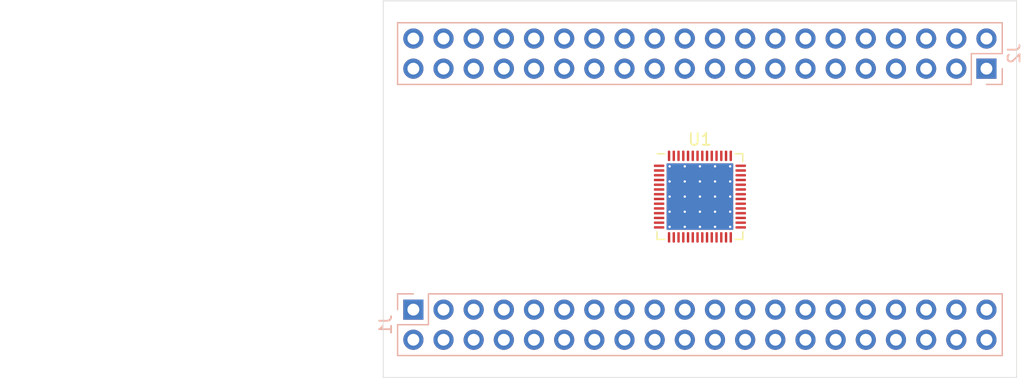
<source format=kicad_pcb>
(kicad_pcb (version 20171130) (host pcbnew 5.99.0+really5.1.12+dfsg1-1)

  (general
    (thickness 1.6)
    (drawings 7)
    (tracks 0)
    (zones 0)
    (modules 3)
    (nets 138)
  )

  (page A4)
  (layers
    (0 F.Cu signal)
    (31 B.Cu signal)
    (32 B.Adhes user)
    (33 F.Adhes user)
    (34 B.Paste user)
    (35 F.Paste user)
    (36 B.SilkS user)
    (37 F.SilkS user)
    (38 B.Mask user)
    (39 F.Mask user)
    (40 Dwgs.User user)
    (41 Cmts.User user)
    (42 Eco1.User user)
    (43 Eco2.User user)
    (44 Edge.Cuts user)
    (45 Margin user)
    (46 B.CrtYd user)
    (47 F.CrtYd user)
    (48 B.Fab user)
    (49 F.Fab user)
  )

  (setup
    (last_trace_width 0.25)
    (trace_clearance 0.2)
    (zone_clearance 0.508)
    (zone_45_only no)
    (trace_min 0.2)
    (via_size 0.8)
    (via_drill 0.4)
    (via_min_size 0.4)
    (via_min_drill 0.3)
    (uvia_size 0.3)
    (uvia_drill 0.1)
    (uvias_allowed no)
    (uvia_min_size 0.2)
    (uvia_min_drill 0.1)
    (edge_width 0.05)
    (segment_width 0.2)
    (pcb_text_width 0.3)
    (pcb_text_size 1.5 1.5)
    (mod_edge_width 0.12)
    (mod_text_size 1 1)
    (mod_text_width 0.15)
    (pad_size 1.524 1.524)
    (pad_drill 0.762)
    (pad_to_mask_clearance 0)
    (aux_axis_origin 0 0)
    (visible_elements FFFFFF7F)
    (pcbplotparams
      (layerselection 0x010fc_ffffffff)
      (usegerberextensions false)
      (usegerberattributes true)
      (usegerberadvancedattributes true)
      (creategerberjobfile true)
      (excludeedgelayer true)
      (linewidth 0.100000)
      (plotframeref false)
      (viasonmask false)
      (mode 1)
      (useauxorigin false)
      (hpglpennumber 1)
      (hpglpenspeed 20)
      (hpglpendiameter 15.000000)
      (psnegative false)
      (psa4output false)
      (plotreference true)
      (plotvalue true)
      (plotinvisibletext false)
      (padsonsilk false)
      (subtractmaskfromsilk false)
      (outputformat 1)
      (mirror false)
      (drillshape 1)
      (scaleselection 1)
      (outputdirectory ""))
  )

  (net 0 "")
  (net 1 "Net-(J1-Pad38)")
  (net 2 "Net-(J1-Pad37)")
  (net 3 "Net-(J1-Pad36)")
  (net 4 "Net-(J1-Pad35)")
  (net 5 "Net-(J1-Pad34)")
  (net 6 "Net-(J1-Pad33)")
  (net 7 "Net-(J1-Pad32)")
  (net 8 "Net-(J1-Pad31)")
  (net 9 "Net-(J1-Pad30)")
  (net 10 "Net-(J1-Pad29)")
  (net 11 "Net-(J1-Pad28)")
  (net 12 "Net-(J1-Pad27)")
  (net 13 "Net-(J1-Pad26)")
  (net 14 "Net-(J1-Pad25)")
  (net 15 "Net-(J1-Pad24)")
  (net 16 "Net-(J1-Pad23)")
  (net 17 "Net-(J1-Pad22)")
  (net 18 "Net-(J1-Pad21)")
  (net 19 "Net-(J1-Pad20)")
  (net 20 "Net-(J1-Pad19)")
  (net 21 "Net-(J1-Pad18)")
  (net 22 "Net-(J1-Pad17)")
  (net 23 "Net-(J1-Pad16)")
  (net 24 "Net-(J1-Pad15)")
  (net 25 "Net-(J1-Pad14)")
  (net 26 "Net-(J1-Pad13)")
  (net 27 "Net-(J1-Pad12)")
  (net 28 "Net-(J1-Pad11)")
  (net 29 "Net-(J1-Pad10)")
  (net 30 "Net-(J1-Pad9)")
  (net 31 "Net-(J1-Pad8)")
  (net 32 "Net-(J1-Pad7)")
  (net 33 "Net-(J1-Pad6)")
  (net 34 "Net-(J1-Pad5)")
  (net 35 "Net-(J1-Pad4)")
  (net 36 "Net-(J1-Pad3)")
  (net 37 "Net-(J1-Pad2)")
  (net 38 "Net-(J1-Pad1)")
  (net 39 "Net-(J2-Pad38)")
  (net 40 "Net-(J2-Pad37)")
  (net 41 "Net-(J2-Pad36)")
  (net 42 "Net-(J2-Pad35)")
  (net 43 "Net-(J2-Pad34)")
  (net 44 "Net-(J2-Pad33)")
  (net 45 "Net-(J2-Pad32)")
  (net 46 "Net-(J2-Pad31)")
  (net 47 "Net-(J2-Pad30)")
  (net 48 "Net-(J2-Pad29)")
  (net 49 "Net-(J2-Pad28)")
  (net 50 "Net-(J2-Pad27)")
  (net 51 "Net-(J2-Pad26)")
  (net 52 "Net-(J2-Pad25)")
  (net 53 "Net-(J2-Pad24)")
  (net 54 "Net-(J2-Pad23)")
  (net 55 "Net-(J2-Pad22)")
  (net 56 "Net-(J2-Pad21)")
  (net 57 "Net-(J2-Pad20)")
  (net 58 "Net-(J2-Pad19)")
  (net 59 "Net-(J2-Pad18)")
  (net 60 "Net-(J2-Pad17)")
  (net 61 "Net-(J2-Pad16)")
  (net 62 "Net-(J2-Pad15)")
  (net 63 "Net-(J2-Pad14)")
  (net 64 "Net-(J2-Pad13)")
  (net 65 "Net-(J2-Pad12)")
  (net 66 "Net-(J2-Pad11)")
  (net 67 "Net-(J2-Pad10)")
  (net 68 "Net-(J2-Pad9)")
  (net 69 "Net-(J2-Pad8)")
  (net 70 "Net-(J2-Pad7)")
  (net 71 "Net-(J2-Pad6)")
  (net 72 "Net-(J2-Pad5)")
  (net 73 "Net-(J2-Pad4)")
  (net 74 "Net-(J2-Pad3)")
  (net 75 "Net-(J2-Pad2)")
  (net 76 "Net-(J2-Pad1)")
  (net 77 "Net-(U1-Pad57)")
  (net 78 "Net-(U1-Pad56)")
  (net 79 "Net-(U1-Pad55)")
  (net 80 "Net-(U1-Pad54)")
  (net 81 "Net-(U1-Pad53)")
  (net 82 "Net-(U1-Pad52)")
  (net 83 "Net-(U1-Pad51)")
  (net 84 "Net-(U1-Pad50)")
  (net 85 "Net-(U1-Pad49)")
  (net 86 "Net-(U1-Pad48)")
  (net 87 "Net-(U1-Pad47)")
  (net 88 "Net-(U1-Pad46)")
  (net 89 "Net-(U1-Pad45)")
  (net 90 "Net-(U1-Pad44)")
  (net 91 "Net-(U1-Pad43)")
  (net 92 "Net-(U1-Pad42)")
  (net 93 "Net-(U1-Pad41)")
  (net 94 "Net-(U1-Pad40)")
  (net 95 "Net-(U1-Pad39)")
  (net 96 "Net-(U1-Pad38)")
  (net 97 "Net-(U1-Pad37)")
  (net 98 "Net-(U1-Pad36)")
  (net 99 "Net-(U1-Pad35)")
  (net 100 "Net-(U1-Pad34)")
  (net 101 "Net-(U1-Pad33)")
  (net 102 "Net-(U1-Pad32)")
  (net 103 "Net-(U1-Pad31)")
  (net 104 "Net-(U1-Pad30)")
  (net 105 "Net-(U1-Pad29)")
  (net 106 "Net-(U1-Pad28)")
  (net 107 "Net-(U1-Pad27)")
  (net 108 "Net-(U1-Pad26)")
  (net 109 "Net-(U1-Pad25)")
  (net 110 "Net-(U1-Pad24)")
  (net 111 "Net-(U1-Pad23)")
  (net 112 "Net-(U1-Pad22)")
  (net 113 "Net-(U1-Pad21)")
  (net 114 "Net-(U1-Pad20)")
  (net 115 "Net-(U1-Pad19)")
  (net 116 "Net-(U1-Pad18)")
  (net 117 "Net-(U1-Pad17)")
  (net 118 "Net-(U1-Pad16)")
  (net 119 "Net-(U1-Pad15)")
  (net 120 "Net-(U1-Pad14)")
  (net 121 "Net-(U1-Pad13)")
  (net 122 "Net-(U1-Pad12)")
  (net 123 "Net-(U1-Pad11)")
  (net 124 "Net-(U1-Pad10)")
  (net 125 "Net-(U1-Pad9)")
  (net 126 "Net-(U1-Pad8)")
  (net 127 "Net-(U1-Pad7)")
  (net 128 "Net-(U1-Pad6)")
  (net 129 "Net-(U1-Pad5)")
  (net 130 "Net-(U1-Pad4)")
  (net 131 "Net-(U1-Pad3)")
  (net 132 "Net-(U1-Pad2)")
  (net 133 "Net-(U1-Pad1)")
  (net 134 "Net-(J1-Pad40)")
  (net 135 "Net-(J1-Pad39)")
  (net 136 "Net-(J2-Pad40)")
  (net 137 "Net-(J2-Pad39)")

  (net_class Default "This is the default net class."
    (clearance 0.2)
    (trace_width 0.25)
    (via_dia 0.8)
    (via_drill 0.4)
    (uvia_dia 0.3)
    (uvia_drill 0.1)
    (add_net "Net-(J1-Pad1)")
    (add_net "Net-(J1-Pad10)")
    (add_net "Net-(J1-Pad11)")
    (add_net "Net-(J1-Pad12)")
    (add_net "Net-(J1-Pad13)")
    (add_net "Net-(J1-Pad14)")
    (add_net "Net-(J1-Pad15)")
    (add_net "Net-(J1-Pad16)")
    (add_net "Net-(J1-Pad17)")
    (add_net "Net-(J1-Pad18)")
    (add_net "Net-(J1-Pad19)")
    (add_net "Net-(J1-Pad2)")
    (add_net "Net-(J1-Pad20)")
    (add_net "Net-(J1-Pad21)")
    (add_net "Net-(J1-Pad22)")
    (add_net "Net-(J1-Pad23)")
    (add_net "Net-(J1-Pad24)")
    (add_net "Net-(J1-Pad25)")
    (add_net "Net-(J1-Pad26)")
    (add_net "Net-(J1-Pad27)")
    (add_net "Net-(J1-Pad28)")
    (add_net "Net-(J1-Pad29)")
    (add_net "Net-(J1-Pad3)")
    (add_net "Net-(J1-Pad30)")
    (add_net "Net-(J1-Pad31)")
    (add_net "Net-(J1-Pad32)")
    (add_net "Net-(J1-Pad33)")
    (add_net "Net-(J1-Pad34)")
    (add_net "Net-(J1-Pad35)")
    (add_net "Net-(J1-Pad36)")
    (add_net "Net-(J1-Pad37)")
    (add_net "Net-(J1-Pad38)")
    (add_net "Net-(J1-Pad39)")
    (add_net "Net-(J1-Pad4)")
    (add_net "Net-(J1-Pad40)")
    (add_net "Net-(J1-Pad5)")
    (add_net "Net-(J1-Pad6)")
    (add_net "Net-(J1-Pad7)")
    (add_net "Net-(J1-Pad8)")
    (add_net "Net-(J1-Pad9)")
    (add_net "Net-(J2-Pad1)")
    (add_net "Net-(J2-Pad10)")
    (add_net "Net-(J2-Pad11)")
    (add_net "Net-(J2-Pad12)")
    (add_net "Net-(J2-Pad13)")
    (add_net "Net-(J2-Pad14)")
    (add_net "Net-(J2-Pad15)")
    (add_net "Net-(J2-Pad16)")
    (add_net "Net-(J2-Pad17)")
    (add_net "Net-(J2-Pad18)")
    (add_net "Net-(J2-Pad19)")
    (add_net "Net-(J2-Pad2)")
    (add_net "Net-(J2-Pad20)")
    (add_net "Net-(J2-Pad21)")
    (add_net "Net-(J2-Pad22)")
    (add_net "Net-(J2-Pad23)")
    (add_net "Net-(J2-Pad24)")
    (add_net "Net-(J2-Pad25)")
    (add_net "Net-(J2-Pad26)")
    (add_net "Net-(J2-Pad27)")
    (add_net "Net-(J2-Pad28)")
    (add_net "Net-(J2-Pad29)")
    (add_net "Net-(J2-Pad3)")
    (add_net "Net-(J2-Pad30)")
    (add_net "Net-(J2-Pad31)")
    (add_net "Net-(J2-Pad32)")
    (add_net "Net-(J2-Pad33)")
    (add_net "Net-(J2-Pad34)")
    (add_net "Net-(J2-Pad35)")
    (add_net "Net-(J2-Pad36)")
    (add_net "Net-(J2-Pad37)")
    (add_net "Net-(J2-Pad38)")
    (add_net "Net-(J2-Pad39)")
    (add_net "Net-(J2-Pad4)")
    (add_net "Net-(J2-Pad40)")
    (add_net "Net-(J2-Pad5)")
    (add_net "Net-(J2-Pad6)")
    (add_net "Net-(J2-Pad7)")
    (add_net "Net-(J2-Pad8)")
    (add_net "Net-(J2-Pad9)")
    (add_net "Net-(U1-Pad1)")
    (add_net "Net-(U1-Pad10)")
    (add_net "Net-(U1-Pad11)")
    (add_net "Net-(U1-Pad12)")
    (add_net "Net-(U1-Pad13)")
    (add_net "Net-(U1-Pad14)")
    (add_net "Net-(U1-Pad15)")
    (add_net "Net-(U1-Pad16)")
    (add_net "Net-(U1-Pad17)")
    (add_net "Net-(U1-Pad18)")
    (add_net "Net-(U1-Pad19)")
    (add_net "Net-(U1-Pad2)")
    (add_net "Net-(U1-Pad20)")
    (add_net "Net-(U1-Pad21)")
    (add_net "Net-(U1-Pad22)")
    (add_net "Net-(U1-Pad23)")
    (add_net "Net-(U1-Pad24)")
    (add_net "Net-(U1-Pad25)")
    (add_net "Net-(U1-Pad26)")
    (add_net "Net-(U1-Pad27)")
    (add_net "Net-(U1-Pad28)")
    (add_net "Net-(U1-Pad29)")
    (add_net "Net-(U1-Pad3)")
    (add_net "Net-(U1-Pad30)")
    (add_net "Net-(U1-Pad31)")
    (add_net "Net-(U1-Pad32)")
    (add_net "Net-(U1-Pad33)")
    (add_net "Net-(U1-Pad34)")
    (add_net "Net-(U1-Pad35)")
    (add_net "Net-(U1-Pad36)")
    (add_net "Net-(U1-Pad37)")
    (add_net "Net-(U1-Pad38)")
    (add_net "Net-(U1-Pad39)")
    (add_net "Net-(U1-Pad4)")
    (add_net "Net-(U1-Pad40)")
    (add_net "Net-(U1-Pad41)")
    (add_net "Net-(U1-Pad42)")
    (add_net "Net-(U1-Pad43)")
    (add_net "Net-(U1-Pad44)")
    (add_net "Net-(U1-Pad45)")
    (add_net "Net-(U1-Pad46)")
    (add_net "Net-(U1-Pad47)")
    (add_net "Net-(U1-Pad48)")
    (add_net "Net-(U1-Pad49)")
    (add_net "Net-(U1-Pad5)")
    (add_net "Net-(U1-Pad50)")
    (add_net "Net-(U1-Pad51)")
    (add_net "Net-(U1-Pad52)")
    (add_net "Net-(U1-Pad53)")
    (add_net "Net-(U1-Pad54)")
    (add_net "Net-(U1-Pad55)")
    (add_net "Net-(U1-Pad56)")
    (add_net "Net-(U1-Pad57)")
    (add_net "Net-(U1-Pad6)")
    (add_net "Net-(U1-Pad7)")
    (add_net "Net-(U1-Pad8)")
    (add_net "Net-(U1-Pad9)")
  )

  (module Connector_PinHeader_2.54mm:PinHeader_2x20_P2.54mm_Vertical (layer B.Cu) (tedit 59FED5CC) (tstamp 61BDA6F2)
    (at 208.28 101.6 90)
    (descr "Through hole straight pin header, 2x20, 2.54mm pitch, double rows")
    (tags "Through hole pin header THT 2x20 2.54mm double row")
    (path /61BE0F66)
    (fp_text reference J2 (at 1.27 2.33 90) (layer B.SilkS)
      (effects (font (size 1 1) (thickness 0.15)) (justify mirror))
    )
    (fp_text value ~ (at 1.27 -50.59 90) (layer B.Fab)
      (effects (font (size 1 1) (thickness 0.15)) (justify mirror))
    )
    (fp_text user %R (at 1.27 -24.13 180) (layer B.Fab)
      (effects (font (size 1 1) (thickness 0.15)) (justify mirror))
    )
    (fp_line (start 0 1.27) (end 3.81 1.27) (layer B.Fab) (width 0.1))
    (fp_line (start 3.81 1.27) (end 3.81 -49.53) (layer B.Fab) (width 0.1))
    (fp_line (start 3.81 -49.53) (end -1.27 -49.53) (layer B.Fab) (width 0.1))
    (fp_line (start -1.27 -49.53) (end -1.27 0) (layer B.Fab) (width 0.1))
    (fp_line (start -1.27 0) (end 0 1.27) (layer B.Fab) (width 0.1))
    (fp_line (start -1.33 -49.59) (end 3.87 -49.59) (layer B.SilkS) (width 0.12))
    (fp_line (start -1.33 -1.27) (end -1.33 -49.59) (layer B.SilkS) (width 0.12))
    (fp_line (start 3.87 1.33) (end 3.87 -49.59) (layer B.SilkS) (width 0.12))
    (fp_line (start -1.33 -1.27) (end 1.27 -1.27) (layer B.SilkS) (width 0.12))
    (fp_line (start 1.27 -1.27) (end 1.27 1.33) (layer B.SilkS) (width 0.12))
    (fp_line (start 1.27 1.33) (end 3.87 1.33) (layer B.SilkS) (width 0.12))
    (fp_line (start -1.33 0) (end -1.33 1.33) (layer B.SilkS) (width 0.12))
    (fp_line (start -1.33 1.33) (end 0 1.33) (layer B.SilkS) (width 0.12))
    (fp_line (start -1.8 1.8) (end -1.8 -50.05) (layer B.CrtYd) (width 0.05))
    (fp_line (start -1.8 -50.05) (end 4.35 -50.05) (layer B.CrtYd) (width 0.05))
    (fp_line (start 4.35 -50.05) (end 4.35 1.8) (layer B.CrtYd) (width 0.05))
    (fp_line (start 4.35 1.8) (end -1.8 1.8) (layer B.CrtYd) (width 0.05))
    (pad 40 thru_hole oval (at 2.54 -48.26 90) (size 1.7 1.7) (drill 1) (layers *.Cu *.Mask)
      (net 136 "Net-(J2-Pad40)"))
    (pad 39 thru_hole oval (at 0 -48.26 90) (size 1.7 1.7) (drill 1) (layers *.Cu *.Mask)
      (net 137 "Net-(J2-Pad39)"))
    (pad 38 thru_hole oval (at 2.54 -45.72 90) (size 1.7 1.7) (drill 1) (layers *.Cu *.Mask)
      (net 39 "Net-(J2-Pad38)"))
    (pad 37 thru_hole oval (at 0 -45.72 90) (size 1.7 1.7) (drill 1) (layers *.Cu *.Mask)
      (net 40 "Net-(J2-Pad37)"))
    (pad 36 thru_hole oval (at 2.54 -43.18 90) (size 1.7 1.7) (drill 1) (layers *.Cu *.Mask)
      (net 41 "Net-(J2-Pad36)"))
    (pad 35 thru_hole oval (at 0 -43.18 90) (size 1.7 1.7) (drill 1) (layers *.Cu *.Mask)
      (net 42 "Net-(J2-Pad35)"))
    (pad 34 thru_hole oval (at 2.54 -40.64 90) (size 1.7 1.7) (drill 1) (layers *.Cu *.Mask)
      (net 43 "Net-(J2-Pad34)"))
    (pad 33 thru_hole oval (at 0 -40.64 90) (size 1.7 1.7) (drill 1) (layers *.Cu *.Mask)
      (net 44 "Net-(J2-Pad33)"))
    (pad 32 thru_hole oval (at 2.54 -38.1 90) (size 1.7 1.7) (drill 1) (layers *.Cu *.Mask)
      (net 45 "Net-(J2-Pad32)"))
    (pad 31 thru_hole oval (at 0 -38.1 90) (size 1.7 1.7) (drill 1) (layers *.Cu *.Mask)
      (net 46 "Net-(J2-Pad31)"))
    (pad 30 thru_hole oval (at 2.54 -35.56 90) (size 1.7 1.7) (drill 1) (layers *.Cu *.Mask)
      (net 47 "Net-(J2-Pad30)"))
    (pad 29 thru_hole oval (at 0 -35.56 90) (size 1.7 1.7) (drill 1) (layers *.Cu *.Mask)
      (net 48 "Net-(J2-Pad29)"))
    (pad 28 thru_hole oval (at 2.54 -33.02 90) (size 1.7 1.7) (drill 1) (layers *.Cu *.Mask)
      (net 49 "Net-(J2-Pad28)"))
    (pad 27 thru_hole oval (at 0 -33.02 90) (size 1.7 1.7) (drill 1) (layers *.Cu *.Mask)
      (net 50 "Net-(J2-Pad27)"))
    (pad 26 thru_hole oval (at 2.54 -30.48 90) (size 1.7 1.7) (drill 1) (layers *.Cu *.Mask)
      (net 51 "Net-(J2-Pad26)"))
    (pad 25 thru_hole oval (at 0 -30.48 90) (size 1.7 1.7) (drill 1) (layers *.Cu *.Mask)
      (net 52 "Net-(J2-Pad25)"))
    (pad 24 thru_hole oval (at 2.54 -27.94 90) (size 1.7 1.7) (drill 1) (layers *.Cu *.Mask)
      (net 53 "Net-(J2-Pad24)"))
    (pad 23 thru_hole oval (at 0 -27.94 90) (size 1.7 1.7) (drill 1) (layers *.Cu *.Mask)
      (net 54 "Net-(J2-Pad23)"))
    (pad 22 thru_hole oval (at 2.54 -25.4 90) (size 1.7 1.7) (drill 1) (layers *.Cu *.Mask)
      (net 55 "Net-(J2-Pad22)"))
    (pad 21 thru_hole oval (at 0 -25.4 90) (size 1.7 1.7) (drill 1) (layers *.Cu *.Mask)
      (net 56 "Net-(J2-Pad21)"))
    (pad 20 thru_hole oval (at 2.54 -22.86 90) (size 1.7 1.7) (drill 1) (layers *.Cu *.Mask)
      (net 57 "Net-(J2-Pad20)"))
    (pad 19 thru_hole oval (at 0 -22.86 90) (size 1.7 1.7) (drill 1) (layers *.Cu *.Mask)
      (net 58 "Net-(J2-Pad19)"))
    (pad 18 thru_hole oval (at 2.54 -20.32 90) (size 1.7 1.7) (drill 1) (layers *.Cu *.Mask)
      (net 59 "Net-(J2-Pad18)"))
    (pad 17 thru_hole oval (at 0 -20.32 90) (size 1.7 1.7) (drill 1) (layers *.Cu *.Mask)
      (net 60 "Net-(J2-Pad17)"))
    (pad 16 thru_hole oval (at 2.54 -17.78 90) (size 1.7 1.7) (drill 1) (layers *.Cu *.Mask)
      (net 61 "Net-(J2-Pad16)"))
    (pad 15 thru_hole oval (at 0 -17.78 90) (size 1.7 1.7) (drill 1) (layers *.Cu *.Mask)
      (net 62 "Net-(J2-Pad15)"))
    (pad 14 thru_hole oval (at 2.54 -15.24 90) (size 1.7 1.7) (drill 1) (layers *.Cu *.Mask)
      (net 63 "Net-(J2-Pad14)"))
    (pad 13 thru_hole oval (at 0 -15.24 90) (size 1.7 1.7) (drill 1) (layers *.Cu *.Mask)
      (net 64 "Net-(J2-Pad13)"))
    (pad 12 thru_hole oval (at 2.54 -12.7 90) (size 1.7 1.7) (drill 1) (layers *.Cu *.Mask)
      (net 65 "Net-(J2-Pad12)"))
    (pad 11 thru_hole oval (at 0 -12.7 90) (size 1.7 1.7) (drill 1) (layers *.Cu *.Mask)
      (net 66 "Net-(J2-Pad11)"))
    (pad 10 thru_hole oval (at 2.54 -10.16 90) (size 1.7 1.7) (drill 1) (layers *.Cu *.Mask)
      (net 67 "Net-(J2-Pad10)"))
    (pad 9 thru_hole oval (at 0 -10.16 90) (size 1.7 1.7) (drill 1) (layers *.Cu *.Mask)
      (net 68 "Net-(J2-Pad9)"))
    (pad 8 thru_hole oval (at 2.54 -7.62 90) (size 1.7 1.7) (drill 1) (layers *.Cu *.Mask)
      (net 69 "Net-(J2-Pad8)"))
    (pad 7 thru_hole oval (at 0 -7.62 90) (size 1.7 1.7) (drill 1) (layers *.Cu *.Mask)
      (net 70 "Net-(J2-Pad7)"))
    (pad 6 thru_hole oval (at 2.54 -5.08 90) (size 1.7 1.7) (drill 1) (layers *.Cu *.Mask)
      (net 71 "Net-(J2-Pad6)"))
    (pad 5 thru_hole oval (at 0 -5.08 90) (size 1.7 1.7) (drill 1) (layers *.Cu *.Mask)
      (net 72 "Net-(J2-Pad5)"))
    (pad 4 thru_hole oval (at 2.54 -2.54 90) (size 1.7 1.7) (drill 1) (layers *.Cu *.Mask)
      (net 73 "Net-(J2-Pad4)"))
    (pad 3 thru_hole oval (at 0 -2.54 90) (size 1.7 1.7) (drill 1) (layers *.Cu *.Mask)
      (net 74 "Net-(J2-Pad3)"))
    (pad 2 thru_hole oval (at 2.54 0 90) (size 1.7 1.7) (drill 1) (layers *.Cu *.Mask)
      (net 75 "Net-(J2-Pad2)"))
    (pad 1 thru_hole rect (at 0 0 90) (size 1.7 1.7) (drill 1) (layers *.Cu *.Mask)
      (net 76 "Net-(J2-Pad1)"))
    (model ${KISYS3DMOD}/Connector_PinHeader_2.54mm.3dshapes/PinHeader_2x20_P2.54mm_Vertical.wrl
      (at (xyz 0 0 0))
      (scale (xyz 1 1 1))
      (rotate (xyz 0 0 0))
    )
  )

  (module Connector_PinHeader_2.54mm:PinHeader_2x20_P2.54mm_Vertical (layer B.Cu) (tedit 59FED5CC) (tstamp 61BDA6B6)
    (at 160.02 121.92 270)
    (descr "Through hole straight pin header, 2x20, 2.54mm pitch, double rows")
    (tags "Through hole pin header THT 2x20 2.54mm double row")
    (path /61BDB786)
    (fp_text reference J1 (at 1.27 2.33 90) (layer B.SilkS)
      (effects (font (size 1 1) (thickness 0.15)) (justify mirror))
    )
    (fp_text value ~ (at 1.27 -50.59 90) (layer B.Fab)
      (effects (font (size 1 1) (thickness 0.15)) (justify mirror))
    )
    (fp_text user %R (at 1.27 -24.13 180) (layer B.Fab)
      (effects (font (size 1 1) (thickness 0.15)) (justify mirror))
    )
    (fp_line (start 0 1.27) (end 3.81 1.27) (layer B.Fab) (width 0.1))
    (fp_line (start 3.81 1.27) (end 3.81 -49.53) (layer B.Fab) (width 0.1))
    (fp_line (start 3.81 -49.53) (end -1.27 -49.53) (layer B.Fab) (width 0.1))
    (fp_line (start -1.27 -49.53) (end -1.27 0) (layer B.Fab) (width 0.1))
    (fp_line (start -1.27 0) (end 0 1.27) (layer B.Fab) (width 0.1))
    (fp_line (start -1.33 -49.59) (end 3.87 -49.59) (layer B.SilkS) (width 0.12))
    (fp_line (start -1.33 -1.27) (end -1.33 -49.59) (layer B.SilkS) (width 0.12))
    (fp_line (start 3.87 1.33) (end 3.87 -49.59) (layer B.SilkS) (width 0.12))
    (fp_line (start -1.33 -1.27) (end 1.27 -1.27) (layer B.SilkS) (width 0.12))
    (fp_line (start 1.27 -1.27) (end 1.27 1.33) (layer B.SilkS) (width 0.12))
    (fp_line (start 1.27 1.33) (end 3.87 1.33) (layer B.SilkS) (width 0.12))
    (fp_line (start -1.33 0) (end -1.33 1.33) (layer B.SilkS) (width 0.12))
    (fp_line (start -1.33 1.33) (end 0 1.33) (layer B.SilkS) (width 0.12))
    (fp_line (start -1.8 1.8) (end -1.8 -50.05) (layer B.CrtYd) (width 0.05))
    (fp_line (start -1.8 -50.05) (end 4.35 -50.05) (layer B.CrtYd) (width 0.05))
    (fp_line (start 4.35 -50.05) (end 4.35 1.8) (layer B.CrtYd) (width 0.05))
    (fp_line (start 4.35 1.8) (end -1.8 1.8) (layer B.CrtYd) (width 0.05))
    (pad 40 thru_hole oval (at 2.54 -48.26 270) (size 1.7 1.7) (drill 1) (layers *.Cu *.Mask)
      (net 134 "Net-(J1-Pad40)"))
    (pad 39 thru_hole oval (at 0 -48.26 270) (size 1.7 1.7) (drill 1) (layers *.Cu *.Mask)
      (net 135 "Net-(J1-Pad39)"))
    (pad 38 thru_hole oval (at 2.54 -45.72 270) (size 1.7 1.7) (drill 1) (layers *.Cu *.Mask)
      (net 1 "Net-(J1-Pad38)"))
    (pad 37 thru_hole oval (at 0 -45.72 270) (size 1.7 1.7) (drill 1) (layers *.Cu *.Mask)
      (net 2 "Net-(J1-Pad37)"))
    (pad 36 thru_hole oval (at 2.54 -43.18 270) (size 1.7 1.7) (drill 1) (layers *.Cu *.Mask)
      (net 3 "Net-(J1-Pad36)"))
    (pad 35 thru_hole oval (at 0 -43.18 270) (size 1.7 1.7) (drill 1) (layers *.Cu *.Mask)
      (net 4 "Net-(J1-Pad35)"))
    (pad 34 thru_hole oval (at 2.54 -40.64 270) (size 1.7 1.7) (drill 1) (layers *.Cu *.Mask)
      (net 5 "Net-(J1-Pad34)"))
    (pad 33 thru_hole oval (at 0 -40.64 270) (size 1.7 1.7) (drill 1) (layers *.Cu *.Mask)
      (net 6 "Net-(J1-Pad33)"))
    (pad 32 thru_hole oval (at 2.54 -38.1 270) (size 1.7 1.7) (drill 1) (layers *.Cu *.Mask)
      (net 7 "Net-(J1-Pad32)"))
    (pad 31 thru_hole oval (at 0 -38.1 270) (size 1.7 1.7) (drill 1) (layers *.Cu *.Mask)
      (net 8 "Net-(J1-Pad31)"))
    (pad 30 thru_hole oval (at 2.54 -35.56 270) (size 1.7 1.7) (drill 1) (layers *.Cu *.Mask)
      (net 9 "Net-(J1-Pad30)"))
    (pad 29 thru_hole oval (at 0 -35.56 270) (size 1.7 1.7) (drill 1) (layers *.Cu *.Mask)
      (net 10 "Net-(J1-Pad29)"))
    (pad 28 thru_hole oval (at 2.54 -33.02 270) (size 1.7 1.7) (drill 1) (layers *.Cu *.Mask)
      (net 11 "Net-(J1-Pad28)"))
    (pad 27 thru_hole oval (at 0 -33.02 270) (size 1.7 1.7) (drill 1) (layers *.Cu *.Mask)
      (net 12 "Net-(J1-Pad27)"))
    (pad 26 thru_hole oval (at 2.54 -30.48 270) (size 1.7 1.7) (drill 1) (layers *.Cu *.Mask)
      (net 13 "Net-(J1-Pad26)"))
    (pad 25 thru_hole oval (at 0 -30.48 270) (size 1.7 1.7) (drill 1) (layers *.Cu *.Mask)
      (net 14 "Net-(J1-Pad25)"))
    (pad 24 thru_hole oval (at 2.54 -27.94 270) (size 1.7 1.7) (drill 1) (layers *.Cu *.Mask)
      (net 15 "Net-(J1-Pad24)"))
    (pad 23 thru_hole oval (at 0 -27.94 270) (size 1.7 1.7) (drill 1) (layers *.Cu *.Mask)
      (net 16 "Net-(J1-Pad23)"))
    (pad 22 thru_hole oval (at 2.54 -25.4 270) (size 1.7 1.7) (drill 1) (layers *.Cu *.Mask)
      (net 17 "Net-(J1-Pad22)"))
    (pad 21 thru_hole oval (at 0 -25.4 270) (size 1.7 1.7) (drill 1) (layers *.Cu *.Mask)
      (net 18 "Net-(J1-Pad21)"))
    (pad 20 thru_hole oval (at 2.54 -22.86 270) (size 1.7 1.7) (drill 1) (layers *.Cu *.Mask)
      (net 19 "Net-(J1-Pad20)"))
    (pad 19 thru_hole oval (at 0 -22.86 270) (size 1.7 1.7) (drill 1) (layers *.Cu *.Mask)
      (net 20 "Net-(J1-Pad19)"))
    (pad 18 thru_hole oval (at 2.54 -20.32 270) (size 1.7 1.7) (drill 1) (layers *.Cu *.Mask)
      (net 21 "Net-(J1-Pad18)"))
    (pad 17 thru_hole oval (at 0 -20.32 270) (size 1.7 1.7) (drill 1) (layers *.Cu *.Mask)
      (net 22 "Net-(J1-Pad17)"))
    (pad 16 thru_hole oval (at 2.54 -17.78 270) (size 1.7 1.7) (drill 1) (layers *.Cu *.Mask)
      (net 23 "Net-(J1-Pad16)"))
    (pad 15 thru_hole oval (at 0 -17.78 270) (size 1.7 1.7) (drill 1) (layers *.Cu *.Mask)
      (net 24 "Net-(J1-Pad15)"))
    (pad 14 thru_hole oval (at 2.54 -15.24 270) (size 1.7 1.7) (drill 1) (layers *.Cu *.Mask)
      (net 25 "Net-(J1-Pad14)"))
    (pad 13 thru_hole oval (at 0 -15.24 270) (size 1.7 1.7) (drill 1) (layers *.Cu *.Mask)
      (net 26 "Net-(J1-Pad13)"))
    (pad 12 thru_hole oval (at 2.54 -12.7 270) (size 1.7 1.7) (drill 1) (layers *.Cu *.Mask)
      (net 27 "Net-(J1-Pad12)"))
    (pad 11 thru_hole oval (at 0 -12.7 270) (size 1.7 1.7) (drill 1) (layers *.Cu *.Mask)
      (net 28 "Net-(J1-Pad11)"))
    (pad 10 thru_hole oval (at 2.54 -10.16 270) (size 1.7 1.7) (drill 1) (layers *.Cu *.Mask)
      (net 29 "Net-(J1-Pad10)"))
    (pad 9 thru_hole oval (at 0 -10.16 270) (size 1.7 1.7) (drill 1) (layers *.Cu *.Mask)
      (net 30 "Net-(J1-Pad9)"))
    (pad 8 thru_hole oval (at 2.54 -7.62 270) (size 1.7 1.7) (drill 1) (layers *.Cu *.Mask)
      (net 31 "Net-(J1-Pad8)"))
    (pad 7 thru_hole oval (at 0 -7.62 270) (size 1.7 1.7) (drill 1) (layers *.Cu *.Mask)
      (net 32 "Net-(J1-Pad7)"))
    (pad 6 thru_hole oval (at 2.54 -5.08 270) (size 1.7 1.7) (drill 1) (layers *.Cu *.Mask)
      (net 33 "Net-(J1-Pad6)"))
    (pad 5 thru_hole oval (at 0 -5.08 270) (size 1.7 1.7) (drill 1) (layers *.Cu *.Mask)
      (net 34 "Net-(J1-Pad5)"))
    (pad 4 thru_hole oval (at 2.54 -2.54 270) (size 1.7 1.7) (drill 1) (layers *.Cu *.Mask)
      (net 35 "Net-(J1-Pad4)"))
    (pad 3 thru_hole oval (at 0 -2.54 270) (size 1.7 1.7) (drill 1) (layers *.Cu *.Mask)
      (net 36 "Net-(J1-Pad3)"))
    (pad 2 thru_hole oval (at 2.54 0 270) (size 1.7 1.7) (drill 1) (layers *.Cu *.Mask)
      (net 37 "Net-(J1-Pad2)"))
    (pad 1 thru_hole rect (at 0 0 270) (size 1.7 1.7) (drill 1) (layers *.Cu *.Mask)
      (net 38 "Net-(J1-Pad1)"))
    (model ${KISYS3DMOD}/Connector_PinHeader_2.54mm.3dshapes/PinHeader_2x20_P2.54mm_Vertical.wrl
      (at (xyz 0 0 0))
      (scale (xyz 1 1 1))
      (rotate (xyz 0 0 0))
    )
  )

  (module Package_DFN_QFN:QFN-56-1EP_7x7mm_P0.4mm_EP5.6x5.6mm_ThermalVias (layer F.Cu) (tedit 5DC5F6A5) (tstamp 61BDC149)
    (at 184.15 112.3875)
    (descr "QFN, 56 Pin (http://www.cypress.com/file/416486/download#page=40), generated with kicad-footprint-generator ipc_noLead_generator.py")
    (tags "QFN NoLead")
    (path /61BDA36F)
    (attr smd)
    (fp_text reference U1 (at 0 -4.82) (layer F.SilkS)
      (effects (font (size 1 1) (thickness 0.15)))
    )
    (fp_text value RP2040 (at 0 4.82) (layer F.Fab)
      (effects (font (size 1 1) (thickness 0.15)))
    )
    (fp_text user %R (at 0 0) (layer F.Fab)
      (effects (font (size 1 1) (thickness 0.15)))
    )
    (fp_line (start 2.96 -3.61) (end 3.61 -3.61) (layer F.SilkS) (width 0.12))
    (fp_line (start 3.61 -3.61) (end 3.61 -2.96) (layer F.SilkS) (width 0.12))
    (fp_line (start -2.96 3.61) (end -3.61 3.61) (layer F.SilkS) (width 0.12))
    (fp_line (start -3.61 3.61) (end -3.61 2.96) (layer F.SilkS) (width 0.12))
    (fp_line (start 2.96 3.61) (end 3.61 3.61) (layer F.SilkS) (width 0.12))
    (fp_line (start 3.61 3.61) (end 3.61 2.96) (layer F.SilkS) (width 0.12))
    (fp_line (start -2.96 -3.61) (end -3.61 -3.61) (layer F.SilkS) (width 0.12))
    (fp_line (start -2.5 -3.5) (end 3.5 -3.5) (layer F.Fab) (width 0.1))
    (fp_line (start 3.5 -3.5) (end 3.5 3.5) (layer F.Fab) (width 0.1))
    (fp_line (start 3.5 3.5) (end -3.5 3.5) (layer F.Fab) (width 0.1))
    (fp_line (start -3.5 3.5) (end -3.5 -2.5) (layer F.Fab) (width 0.1))
    (fp_line (start -3.5 -2.5) (end -2.5 -3.5) (layer F.Fab) (width 0.1))
    (fp_line (start -4.12 -4.12) (end -4.12 4.12) (layer F.CrtYd) (width 0.05))
    (fp_line (start -4.12 4.12) (end 4.12 4.12) (layer F.CrtYd) (width 0.05))
    (fp_line (start 4.12 4.12) (end 4.12 -4.12) (layer F.CrtYd) (width 0.05))
    (fp_line (start 4.12 -4.12) (end -4.12 -4.12) (layer F.CrtYd) (width 0.05))
    (pad "" smd roundrect (at 1.9125 1.9125) (size 1.084435 1.084435) (layers F.Paste) (roundrect_rratio 0.230535))
    (pad "" smd roundrect (at 1.9125 0.6375) (size 1.084435 1.084435) (layers F.Paste) (roundrect_rratio 0.230535))
    (pad "" smd roundrect (at 1.9125 -0.6375) (size 1.084435 1.084435) (layers F.Paste) (roundrect_rratio 0.230535))
    (pad "" smd roundrect (at 1.9125 -1.9125) (size 1.084435 1.084435) (layers F.Paste) (roundrect_rratio 0.230535))
    (pad "" smd roundrect (at 0.6375 1.9125) (size 1.084435 1.084435) (layers F.Paste) (roundrect_rratio 0.230535))
    (pad "" smd roundrect (at 0.6375 0.6375) (size 1.084435 1.084435) (layers F.Paste) (roundrect_rratio 0.230535))
    (pad "" smd roundrect (at 0.6375 -0.6375) (size 1.084435 1.084435) (layers F.Paste) (roundrect_rratio 0.230535))
    (pad "" smd roundrect (at 0.6375 -1.9125) (size 1.084435 1.084435) (layers F.Paste) (roundrect_rratio 0.230535))
    (pad "" smd roundrect (at -0.6375 1.9125) (size 1.084435 1.084435) (layers F.Paste) (roundrect_rratio 0.230535))
    (pad "" smd roundrect (at -0.6375 0.6375) (size 1.084435 1.084435) (layers F.Paste) (roundrect_rratio 0.230535))
    (pad "" smd roundrect (at -0.6375 -0.6375) (size 1.084435 1.084435) (layers F.Paste) (roundrect_rratio 0.230535))
    (pad "" smd roundrect (at -0.6375 -1.9125) (size 1.084435 1.084435) (layers F.Paste) (roundrect_rratio 0.230535))
    (pad "" smd roundrect (at -1.9125 1.9125) (size 1.084435 1.084435) (layers F.Paste) (roundrect_rratio 0.230535))
    (pad "" smd roundrect (at -1.9125 0.6375) (size 1.084435 1.084435) (layers F.Paste) (roundrect_rratio 0.230535))
    (pad "" smd roundrect (at -1.9125 -0.6375) (size 1.084435 1.084435) (layers F.Paste) (roundrect_rratio 0.230535))
    (pad "" smd roundrect (at -1.9125 -1.9125) (size 1.084435 1.084435) (layers F.Paste) (roundrect_rratio 0.230535))
    (pad 57 smd rect (at 0 0) (size 5.6 5.6) (layers B.Cu)
      (net 77 "Net-(U1-Pad57)"))
    (pad 57 thru_hole circle (at 2.55 2.55) (size 0.5 0.5) (drill 0.2) (layers *.Cu)
      (net 77 "Net-(U1-Pad57)"))
    (pad 57 thru_hole circle (at 1.275 2.55) (size 0.5 0.5) (drill 0.2) (layers *.Cu)
      (net 77 "Net-(U1-Pad57)"))
    (pad 57 thru_hole circle (at 0 2.55) (size 0.5 0.5) (drill 0.2) (layers *.Cu)
      (net 77 "Net-(U1-Pad57)"))
    (pad 57 thru_hole circle (at -1.275 2.55) (size 0.5 0.5) (drill 0.2) (layers *.Cu)
      (net 77 "Net-(U1-Pad57)"))
    (pad 57 thru_hole circle (at -2.55 2.55) (size 0.5 0.5) (drill 0.2) (layers *.Cu)
      (net 77 "Net-(U1-Pad57)"))
    (pad 57 thru_hole circle (at 2.55 1.275) (size 0.5 0.5) (drill 0.2) (layers *.Cu)
      (net 77 "Net-(U1-Pad57)"))
    (pad 57 thru_hole circle (at 1.275 1.275) (size 0.5 0.5) (drill 0.2) (layers *.Cu)
      (net 77 "Net-(U1-Pad57)"))
    (pad 57 thru_hole circle (at 0 1.275) (size 0.5 0.5) (drill 0.2) (layers *.Cu)
      (net 77 "Net-(U1-Pad57)"))
    (pad 57 thru_hole circle (at -1.275 1.275) (size 0.5 0.5) (drill 0.2) (layers *.Cu)
      (net 77 "Net-(U1-Pad57)"))
    (pad 57 thru_hole circle (at -2.55 1.275) (size 0.5 0.5) (drill 0.2) (layers *.Cu)
      (net 77 "Net-(U1-Pad57)"))
    (pad 57 thru_hole circle (at 2.55 0) (size 0.5 0.5) (drill 0.2) (layers *.Cu)
      (net 77 "Net-(U1-Pad57)"))
    (pad 57 thru_hole circle (at 1.275 0) (size 0.5 0.5) (drill 0.2) (layers *.Cu)
      (net 77 "Net-(U1-Pad57)"))
    (pad 57 thru_hole circle (at 0 0) (size 0.5 0.5) (drill 0.2) (layers *.Cu)
      (net 77 "Net-(U1-Pad57)"))
    (pad 57 thru_hole circle (at -1.275 0) (size 0.5 0.5) (drill 0.2) (layers *.Cu)
      (net 77 "Net-(U1-Pad57)"))
    (pad 57 thru_hole circle (at -2.55 0) (size 0.5 0.5) (drill 0.2) (layers *.Cu)
      (net 77 "Net-(U1-Pad57)"))
    (pad 57 thru_hole circle (at 2.55 -1.275) (size 0.5 0.5) (drill 0.2) (layers *.Cu)
      (net 77 "Net-(U1-Pad57)"))
    (pad 57 thru_hole circle (at 1.275 -1.275) (size 0.5 0.5) (drill 0.2) (layers *.Cu)
      (net 77 "Net-(U1-Pad57)"))
    (pad 57 thru_hole circle (at 0 -1.275) (size 0.5 0.5) (drill 0.2) (layers *.Cu)
      (net 77 "Net-(U1-Pad57)"))
    (pad 57 thru_hole circle (at -1.275 -1.275) (size 0.5 0.5) (drill 0.2) (layers *.Cu)
      (net 77 "Net-(U1-Pad57)"))
    (pad 57 thru_hole circle (at -2.55 -1.275) (size 0.5 0.5) (drill 0.2) (layers *.Cu)
      (net 77 "Net-(U1-Pad57)"))
    (pad 57 thru_hole circle (at 2.55 -2.55) (size 0.5 0.5) (drill 0.2) (layers *.Cu)
      (net 77 "Net-(U1-Pad57)"))
    (pad 57 thru_hole circle (at 1.275 -2.55) (size 0.5 0.5) (drill 0.2) (layers *.Cu)
      (net 77 "Net-(U1-Pad57)"))
    (pad 57 thru_hole circle (at 0 -2.55) (size 0.5 0.5) (drill 0.2) (layers *.Cu)
      (net 77 "Net-(U1-Pad57)"))
    (pad 57 thru_hole circle (at -1.275 -2.55) (size 0.5 0.5) (drill 0.2) (layers *.Cu)
      (net 77 "Net-(U1-Pad57)"))
    (pad 57 thru_hole circle (at -2.55 -2.55) (size 0.5 0.5) (drill 0.2) (layers *.Cu)
      (net 77 "Net-(U1-Pad57)"))
    (pad 57 smd rect (at 0 0) (size 5.6 5.6) (layers F.Cu F.Mask)
      (net 77 "Net-(U1-Pad57)"))
    (pad 56 smd roundrect (at -2.6 -3.4375) (size 0.2 0.875) (layers F.Cu F.Paste F.Mask) (roundrect_rratio 0.25)
      (net 78 "Net-(U1-Pad56)"))
    (pad 55 smd roundrect (at -2.2 -3.4375) (size 0.2 0.875) (layers F.Cu F.Paste F.Mask) (roundrect_rratio 0.25)
      (net 79 "Net-(U1-Pad55)"))
    (pad 54 smd roundrect (at -1.8 -3.4375) (size 0.2 0.875) (layers F.Cu F.Paste F.Mask) (roundrect_rratio 0.25)
      (net 80 "Net-(U1-Pad54)"))
    (pad 53 smd roundrect (at -1.4 -3.4375) (size 0.2 0.875) (layers F.Cu F.Paste F.Mask) (roundrect_rratio 0.25)
      (net 81 "Net-(U1-Pad53)"))
    (pad 52 smd roundrect (at -1 -3.4375) (size 0.2 0.875) (layers F.Cu F.Paste F.Mask) (roundrect_rratio 0.25)
      (net 82 "Net-(U1-Pad52)"))
    (pad 51 smd roundrect (at -0.6 -3.4375) (size 0.2 0.875) (layers F.Cu F.Paste F.Mask) (roundrect_rratio 0.25)
      (net 83 "Net-(U1-Pad51)"))
    (pad 50 smd roundrect (at -0.2 -3.4375) (size 0.2 0.875) (layers F.Cu F.Paste F.Mask) (roundrect_rratio 0.25)
      (net 84 "Net-(U1-Pad50)"))
    (pad 49 smd roundrect (at 0.2 -3.4375) (size 0.2 0.875) (layers F.Cu F.Paste F.Mask) (roundrect_rratio 0.25)
      (net 85 "Net-(U1-Pad49)"))
    (pad 48 smd roundrect (at 0.6 -3.4375) (size 0.2 0.875) (layers F.Cu F.Paste F.Mask) (roundrect_rratio 0.25)
      (net 86 "Net-(U1-Pad48)"))
    (pad 47 smd roundrect (at 1 -3.4375) (size 0.2 0.875) (layers F.Cu F.Paste F.Mask) (roundrect_rratio 0.25)
      (net 87 "Net-(U1-Pad47)"))
    (pad 46 smd roundrect (at 1.4 -3.4375) (size 0.2 0.875) (layers F.Cu F.Paste F.Mask) (roundrect_rratio 0.25)
      (net 88 "Net-(U1-Pad46)"))
    (pad 45 smd roundrect (at 1.8 -3.4375) (size 0.2 0.875) (layers F.Cu F.Paste F.Mask) (roundrect_rratio 0.25)
      (net 89 "Net-(U1-Pad45)"))
    (pad 44 smd roundrect (at 2.2 -3.4375) (size 0.2 0.875) (layers F.Cu F.Paste F.Mask) (roundrect_rratio 0.25)
      (net 90 "Net-(U1-Pad44)"))
    (pad 43 smd roundrect (at 2.6 -3.4375) (size 0.2 0.875) (layers F.Cu F.Paste F.Mask) (roundrect_rratio 0.25)
      (net 91 "Net-(U1-Pad43)"))
    (pad 42 smd roundrect (at 3.4375 -2.6) (size 0.875 0.2) (layers F.Cu F.Paste F.Mask) (roundrect_rratio 0.25)
      (net 92 "Net-(U1-Pad42)"))
    (pad 41 smd roundrect (at 3.4375 -2.2) (size 0.875 0.2) (layers F.Cu F.Paste F.Mask) (roundrect_rratio 0.25)
      (net 93 "Net-(U1-Pad41)"))
    (pad 40 smd roundrect (at 3.4375 -1.8) (size 0.875 0.2) (layers F.Cu F.Paste F.Mask) (roundrect_rratio 0.25)
      (net 94 "Net-(U1-Pad40)"))
    (pad 39 smd roundrect (at 3.4375 -1.4) (size 0.875 0.2) (layers F.Cu F.Paste F.Mask) (roundrect_rratio 0.25)
      (net 95 "Net-(U1-Pad39)"))
    (pad 38 smd roundrect (at 3.4375 -1) (size 0.875 0.2) (layers F.Cu F.Paste F.Mask) (roundrect_rratio 0.25)
      (net 96 "Net-(U1-Pad38)"))
    (pad 37 smd roundrect (at 3.4375 -0.6) (size 0.875 0.2) (layers F.Cu F.Paste F.Mask) (roundrect_rratio 0.25)
      (net 97 "Net-(U1-Pad37)"))
    (pad 36 smd roundrect (at 3.4375 -0.2) (size 0.875 0.2) (layers F.Cu F.Paste F.Mask) (roundrect_rratio 0.25)
      (net 98 "Net-(U1-Pad36)"))
    (pad 35 smd roundrect (at 3.4375 0.2) (size 0.875 0.2) (layers F.Cu F.Paste F.Mask) (roundrect_rratio 0.25)
      (net 99 "Net-(U1-Pad35)"))
    (pad 34 smd roundrect (at 3.4375 0.6) (size 0.875 0.2) (layers F.Cu F.Paste F.Mask) (roundrect_rratio 0.25)
      (net 100 "Net-(U1-Pad34)"))
    (pad 33 smd roundrect (at 3.4375 1) (size 0.875 0.2) (layers F.Cu F.Paste F.Mask) (roundrect_rratio 0.25)
      (net 101 "Net-(U1-Pad33)"))
    (pad 32 smd roundrect (at 3.4375 1.4) (size 0.875 0.2) (layers F.Cu F.Paste F.Mask) (roundrect_rratio 0.25)
      (net 102 "Net-(U1-Pad32)"))
    (pad 31 smd roundrect (at 3.4375 1.8) (size 0.875 0.2) (layers F.Cu F.Paste F.Mask) (roundrect_rratio 0.25)
      (net 103 "Net-(U1-Pad31)"))
    (pad 30 smd roundrect (at 3.4375 2.2) (size 0.875 0.2) (layers F.Cu F.Paste F.Mask) (roundrect_rratio 0.25)
      (net 104 "Net-(U1-Pad30)"))
    (pad 29 smd roundrect (at 3.4375 2.6) (size 0.875 0.2) (layers F.Cu F.Paste F.Mask) (roundrect_rratio 0.25)
      (net 105 "Net-(U1-Pad29)"))
    (pad 28 smd roundrect (at 2.6 3.4375) (size 0.2 0.875) (layers F.Cu F.Paste F.Mask) (roundrect_rratio 0.25)
      (net 106 "Net-(U1-Pad28)"))
    (pad 27 smd roundrect (at 2.2 3.4375) (size 0.2 0.875) (layers F.Cu F.Paste F.Mask) (roundrect_rratio 0.25)
      (net 107 "Net-(U1-Pad27)"))
    (pad 26 smd roundrect (at 1.8 3.4375) (size 0.2 0.875) (layers F.Cu F.Paste F.Mask) (roundrect_rratio 0.25)
      (net 108 "Net-(U1-Pad26)"))
    (pad 25 smd roundrect (at 1.4 3.4375) (size 0.2 0.875) (layers F.Cu F.Paste F.Mask) (roundrect_rratio 0.25)
      (net 109 "Net-(U1-Pad25)"))
    (pad 24 smd roundrect (at 1 3.4375) (size 0.2 0.875) (layers F.Cu F.Paste F.Mask) (roundrect_rratio 0.25)
      (net 110 "Net-(U1-Pad24)"))
    (pad 23 smd roundrect (at 0.6 3.4375) (size 0.2 0.875) (layers F.Cu F.Paste F.Mask) (roundrect_rratio 0.25)
      (net 111 "Net-(U1-Pad23)"))
    (pad 22 smd roundrect (at 0.2 3.4375) (size 0.2 0.875) (layers F.Cu F.Paste F.Mask) (roundrect_rratio 0.25)
      (net 112 "Net-(U1-Pad22)"))
    (pad 21 smd roundrect (at -0.2 3.4375) (size 0.2 0.875) (layers F.Cu F.Paste F.Mask) (roundrect_rratio 0.25)
      (net 113 "Net-(U1-Pad21)"))
    (pad 20 smd roundrect (at -0.6 3.4375) (size 0.2 0.875) (layers F.Cu F.Paste F.Mask) (roundrect_rratio 0.25)
      (net 114 "Net-(U1-Pad20)"))
    (pad 19 smd roundrect (at -1 3.4375) (size 0.2 0.875) (layers F.Cu F.Paste F.Mask) (roundrect_rratio 0.25)
      (net 115 "Net-(U1-Pad19)"))
    (pad 18 smd roundrect (at -1.4 3.4375) (size 0.2 0.875) (layers F.Cu F.Paste F.Mask) (roundrect_rratio 0.25)
      (net 116 "Net-(U1-Pad18)"))
    (pad 17 smd roundrect (at -1.8 3.4375) (size 0.2 0.875) (layers F.Cu F.Paste F.Mask) (roundrect_rratio 0.25)
      (net 117 "Net-(U1-Pad17)"))
    (pad 16 smd roundrect (at -2.2 3.4375) (size 0.2 0.875) (layers F.Cu F.Paste F.Mask) (roundrect_rratio 0.25)
      (net 118 "Net-(U1-Pad16)"))
    (pad 15 smd roundrect (at -2.6 3.4375) (size 0.2 0.875) (layers F.Cu F.Paste F.Mask) (roundrect_rratio 0.25)
      (net 119 "Net-(U1-Pad15)"))
    (pad 14 smd roundrect (at -3.4375 2.6) (size 0.875 0.2) (layers F.Cu F.Paste F.Mask) (roundrect_rratio 0.25)
      (net 120 "Net-(U1-Pad14)"))
    (pad 13 smd roundrect (at -3.4375 2.2) (size 0.875 0.2) (layers F.Cu F.Paste F.Mask) (roundrect_rratio 0.25)
      (net 121 "Net-(U1-Pad13)"))
    (pad 12 smd roundrect (at -3.4375 1.8) (size 0.875 0.2) (layers F.Cu F.Paste F.Mask) (roundrect_rratio 0.25)
      (net 122 "Net-(U1-Pad12)"))
    (pad 11 smd roundrect (at -3.4375 1.4) (size 0.875 0.2) (layers F.Cu F.Paste F.Mask) (roundrect_rratio 0.25)
      (net 123 "Net-(U1-Pad11)"))
    (pad 10 smd roundrect (at -3.4375 1) (size 0.875 0.2) (layers F.Cu F.Paste F.Mask) (roundrect_rratio 0.25)
      (net 124 "Net-(U1-Pad10)"))
    (pad 9 smd roundrect (at -3.4375 0.6) (size 0.875 0.2) (layers F.Cu F.Paste F.Mask) (roundrect_rratio 0.25)
      (net 125 "Net-(U1-Pad9)"))
    (pad 8 smd roundrect (at -3.4375 0.2) (size 0.875 0.2) (layers F.Cu F.Paste F.Mask) (roundrect_rratio 0.25)
      (net 126 "Net-(U1-Pad8)"))
    (pad 7 smd roundrect (at -3.4375 -0.2) (size 0.875 0.2) (layers F.Cu F.Paste F.Mask) (roundrect_rratio 0.25)
      (net 127 "Net-(U1-Pad7)"))
    (pad 6 smd roundrect (at -3.4375 -0.6) (size 0.875 0.2) (layers F.Cu F.Paste F.Mask) (roundrect_rratio 0.25)
      (net 128 "Net-(U1-Pad6)"))
    (pad 5 smd roundrect (at -3.4375 -1) (size 0.875 0.2) (layers F.Cu F.Paste F.Mask) (roundrect_rratio 0.25)
      (net 129 "Net-(U1-Pad5)"))
    (pad 4 smd roundrect (at -3.4375 -1.4) (size 0.875 0.2) (layers F.Cu F.Paste F.Mask) (roundrect_rratio 0.25)
      (net 130 "Net-(U1-Pad4)"))
    (pad 3 smd roundrect (at -3.4375 -1.8) (size 0.875 0.2) (layers F.Cu F.Paste F.Mask) (roundrect_rratio 0.25)
      (net 131 "Net-(U1-Pad3)"))
    (pad 2 smd roundrect (at -3.4375 -2.2) (size 0.875 0.2) (layers F.Cu F.Paste F.Mask) (roundrect_rratio 0.25)
      (net 132 "Net-(U1-Pad2)"))
    (pad 1 smd roundrect (at -3.4375 -2.6) (size 0.875 0.2) (layers F.Cu F.Paste F.Mask) (roundrect_rratio 0.25)
      (net 133 "Net-(U1-Pad1)"))
    (model ${KISYS3DMOD}/Package_DFN_QFN.3dshapes/QFN-56-1EP_7x7mm_P0.4mm_EP5.6x5.6mm.wrl
      (at (xyz 0 0 0))
      (scale (xyz 1 1 1))
      (rotate (xyz 0 0 0))
    )
  )

  (dimension 31.75 (width 0.15) (layer Dwgs.User)
    (gr_text "31.750 mm" (at 128.875 111.76 270) (layer Dwgs.User)
      (effects (font (size 1 1) (thickness 0.15)))
    )
    (feature1 (pts (xy 157.48 127.635) (xy 129.588579 127.635)))
    (feature2 (pts (xy 157.48 95.885) (xy 129.588579 95.885)))
    (crossbar (pts (xy 130.175 95.885) (xy 130.175 127.635)))
    (arrow1a (pts (xy 130.175 127.635) (xy 129.588579 126.508496)))
    (arrow1b (pts (xy 130.175 127.635) (xy 130.761421 126.508496)))
    (arrow2a (pts (xy 130.175 95.885) (xy 129.588579 97.011504)))
    (arrow2b (pts (xy 130.175 95.885) (xy 130.761421 97.011504)))
  )
  (dimension 31.75 (width 0.15) (layer Dwgs.User)
    (gr_text "1.2500 in" (at 133.955 111.76 270) (layer Dwgs.User)
      (effects (font (size 1 1) (thickness 0.15)))
    )
    (feature1 (pts (xy 157.48 127.635) (xy 134.668579 127.635)))
    (feature2 (pts (xy 157.48 95.885) (xy 134.668579 95.885)))
    (crossbar (pts (xy 135.255 95.885) (xy 135.255 127.635)))
    (arrow1a (pts (xy 135.255 127.635) (xy 134.668579 126.508496)))
    (arrow1b (pts (xy 135.255 127.635) (xy 135.841421 126.508496)))
    (arrow2a (pts (xy 135.255 95.885) (xy 134.668579 97.011504)))
    (arrow2b (pts (xy 135.255 95.885) (xy 135.841421 97.011504)))
  )
  (gr_line (start 157.48 127.635) (end 157.48 95.885) (layer Edge.Cuts) (width 0.05) (tstamp 61BDBC27))
  (gr_line (start 210.82 127.635) (end 157.48 127.635) (layer Edge.Cuts) (width 0.05))
  (gr_line (start 210.82 95.885) (end 210.82 127.635) (layer Edge.Cuts) (width 0.05))
  (gr_line (start 157.48 95.885) (end 210.82 95.885) (layer Edge.Cuts) (width 0.05))
  (dimension 20.32 (width 0.15) (layer Dwgs.User)
    (gr_text "0.8000 in" (at 138.4 111.76 270) (layer Dwgs.User)
      (effects (font (size 1 1) (thickness 0.15)))
    )
    (feature1 (pts (xy 152.4 121.92) (xy 139.113579 121.92)))
    (feature2 (pts (xy 152.4 101.6) (xy 139.113579 101.6)))
    (crossbar (pts (xy 139.7 101.6) (xy 139.7 121.92)))
    (arrow1a (pts (xy 139.7 121.92) (xy 139.113579 120.793496)))
    (arrow1b (pts (xy 139.7 121.92) (xy 140.286421 120.793496)))
    (arrow2a (pts (xy 139.7 101.6) (xy 139.113579 102.726504)))
    (arrow2b (pts (xy 139.7 101.6) (xy 140.286421 102.726504)))
  )

)

</source>
